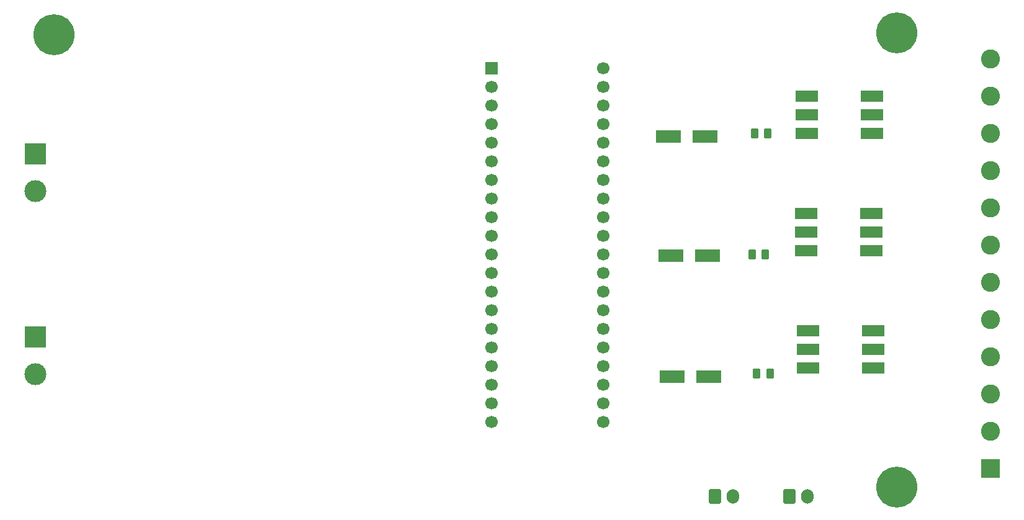
<source format=gbr>
%TF.GenerationSoftware,KiCad,Pcbnew,(6.0.9)*%
%TF.CreationDate,2022-12-21T20:26:07+07:00*%
%TF.ProjectId,3_phase_firing,335f7068-6173-4655-9f66-6972696e672e,rev?*%
%TF.SameCoordinates,Original*%
%TF.FileFunction,Soldermask,Bot*%
%TF.FilePolarity,Negative*%
%FSLAX46Y46*%
G04 Gerber Fmt 4.6, Leading zero omitted, Abs format (unit mm)*
G04 Created by KiCad (PCBNEW (6.0.9)) date 2022-12-21 20:26:07*
%MOMM*%
%LPD*%
G01*
G04 APERTURE LIST*
G04 Aperture macros list*
%AMRoundRect*
0 Rectangle with rounded corners*
0 $1 Rounding radius*
0 $2 $3 $4 $5 $6 $7 $8 $9 X,Y pos of 4 corners*
0 Add a 4 corners polygon primitive as box body*
4,1,4,$2,$3,$4,$5,$6,$7,$8,$9,$2,$3,0*
0 Add four circle primitives for the rounded corners*
1,1,$1+$1,$2,$3*
1,1,$1+$1,$4,$5*
1,1,$1+$1,$6,$7*
1,1,$1+$1,$8,$9*
0 Add four rect primitives between the rounded corners*
20,1,$1+$1,$2,$3,$4,$5,0*
20,1,$1+$1,$4,$5,$6,$7,0*
20,1,$1+$1,$6,$7,$8,$9,0*
20,1,$1+$1,$8,$9,$2,$3,0*%
G04 Aperture macros list end*
%ADD10C,5.600000*%
%ADD11R,1.700000X1.700000*%
%ADD12C,1.700000*%
%ADD13RoundRect,0.250000X-0.600000X-0.750000X0.600000X-0.750000X0.600000X0.750000X-0.600000X0.750000X0*%
%ADD14O,1.700000X2.000000*%
%ADD15R,3.000000X3.000000*%
%ADD16C,3.000000*%
%ADD17R,2.600000X2.600000*%
%ADD18C,2.600000*%
%ADD19R,3.500000X1.800000*%
%ADD20R,3.100000X1.600000*%
%ADD21RoundRect,0.250000X0.262500X0.450000X-0.262500X0.450000X-0.262500X-0.450000X0.262500X-0.450000X0*%
G04 APERTURE END LIST*
D10*
%TO.C,REF\u002A\u002A*%
X195000000Y-113000000D03*
%TD*%
D11*
%TO.C,U6*%
X139700000Y-55880000D03*
D12*
X139700000Y-58420000D03*
X139700000Y-60960000D03*
X139700000Y-63500000D03*
X139700000Y-66040000D03*
X139700000Y-68580000D03*
X139700000Y-71120000D03*
X139700000Y-73660000D03*
X139700000Y-76200000D03*
X139700000Y-78740000D03*
X139700000Y-81280000D03*
X139700000Y-83820000D03*
X139700000Y-86360000D03*
X139700000Y-88900000D03*
X139700000Y-91440000D03*
X139700000Y-93980000D03*
X139700000Y-96520000D03*
X139700000Y-99060000D03*
X139700000Y-101600000D03*
X139700000Y-104140000D03*
X154940000Y-104140000D03*
X154940000Y-101600000D03*
X154940000Y-99060000D03*
X154940000Y-96520000D03*
X154940000Y-93980000D03*
X154940000Y-91440000D03*
X154940000Y-88900000D03*
X154940000Y-86360000D03*
X154940000Y-83820000D03*
X154940000Y-81280000D03*
X154940000Y-78740000D03*
X154940000Y-76200000D03*
X154940000Y-73660000D03*
X154940000Y-71120000D03*
X154940000Y-68580000D03*
X154940000Y-66040000D03*
X154940000Y-63500000D03*
X154940000Y-60960000D03*
X154940000Y-58420000D03*
X154940000Y-55880000D03*
%TD*%
D10*
%TO.C,REF\u002A\u002A*%
X80000000Y-51308000D03*
%TD*%
D13*
%TO.C,J5*%
X180340000Y-114300000D03*
D14*
X182840000Y-114300000D03*
%TD*%
D10*
%TO.C,REF\u002A\u002A*%
X195000000Y-51000000D03*
%TD*%
D15*
%TO.C,J1*%
X77500000Y-67500000D03*
D16*
X77500000Y-72580000D03*
%TD*%
D17*
%TO.C,J3*%
X207800000Y-110440000D03*
D18*
X207800000Y-105360000D03*
X207800000Y-100280000D03*
X207800000Y-95200000D03*
X207800000Y-90120000D03*
X207800000Y-85040000D03*
X207800000Y-79960000D03*
X207800000Y-74880000D03*
X207800000Y-69800000D03*
X207800000Y-64720000D03*
X207800000Y-59640000D03*
X207800000Y-54560000D03*
%TD*%
D13*
%TO.C,J4*%
X170180000Y-114300000D03*
D14*
X172680000Y-114300000D03*
%TD*%
D15*
%TO.C,J2*%
X77500000Y-92500000D03*
D16*
X77500000Y-97580000D03*
%TD*%
D19*
%TO.C,D11*%
X169378000Y-97917000D03*
X164378000Y-97917000D03*
%TD*%
D20*
%TO.C,U12*%
X182880000Y-96774000D03*
X182880000Y-94234000D03*
X182880000Y-91694000D03*
X191770000Y-91694000D03*
X191770000Y-94234000D03*
X191770000Y-96774000D03*
%TD*%
D19*
%TO.C,D9*%
X168870000Y-65151000D03*
X163870000Y-65151000D03*
%TD*%
D20*
%TO.C,U10*%
X182753000Y-64770000D03*
X182753000Y-62230000D03*
X182753000Y-59690000D03*
X191643000Y-59690000D03*
X191643000Y-62230000D03*
X191643000Y-64770000D03*
%TD*%
D21*
%TO.C,R27*%
X177720000Y-97536000D03*
X175895000Y-97536000D03*
%TD*%
%TO.C,R25*%
X177442500Y-64770000D03*
X175617500Y-64770000D03*
%TD*%
D20*
%TO.C,U8*%
X182626000Y-80772000D03*
X182626000Y-78232000D03*
X182626000Y-75692000D03*
X191516000Y-75692000D03*
X191516000Y-78232000D03*
X191516000Y-80772000D03*
%TD*%
D21*
%TO.C,R23*%
X177085000Y-81280000D03*
X175260000Y-81280000D03*
%TD*%
D19*
%TO.C,D7*%
X169164000Y-81407000D03*
X164164000Y-81407000D03*
%TD*%
M02*

</source>
